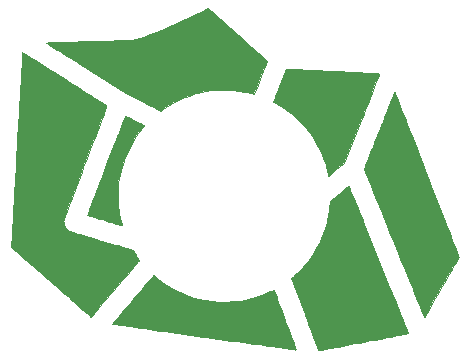
<source format=gbr>
G04 #@! TF.GenerationSoftware,KiCad,Pcbnew,5.1.5+dfsg1-2build2*
G04 #@! TF.CreationDate,2021-04-12T21:16:20-04:00*
G04 #@! TF.ProjectId,ore_tile,6f72655f-7469-46c6-952e-6b696361645f,rev?*
G04 #@! TF.SameCoordinates,Original*
G04 #@! TF.FileFunction,Copper,L1,Top*
G04 #@! TF.FilePolarity,Positive*
%FSLAX46Y46*%
G04 Gerber Fmt 4.6, Leading zero omitted, Abs format (unit mm)*
G04 Created by KiCad (PCBNEW 5.1.5+dfsg1-2build2) date 2021-04-12 21:16:20*
%MOMM*%
%LPD*%
G04 APERTURE LIST*
%ADD10C,0.010000*%
G04 APERTURE END LIST*
D10*
G36*
X10553103Y804935D02*
G01*
X10584247Y755315D01*
X10602341Y715394D01*
X10651537Y596574D01*
X10713779Y445258D01*
X10788339Y263244D01*
X10874494Y52328D01*
X10971518Y-185692D01*
X11078687Y-449017D01*
X11195274Y-735850D01*
X11320556Y-1044395D01*
X11453806Y-1372852D01*
X11594300Y-1719424D01*
X11741312Y-2082315D01*
X11894118Y-2459725D01*
X12051992Y-2849858D01*
X12214210Y-3250916D01*
X12380046Y-3661101D01*
X12548774Y-4078616D01*
X12719671Y-4501663D01*
X12892010Y-4928444D01*
X13065068Y-5357162D01*
X13238117Y-5786019D01*
X13410435Y-6213218D01*
X13581294Y-6636960D01*
X13749971Y-7055449D01*
X13915740Y-7466886D01*
X14077876Y-7869475D01*
X14235654Y-8261417D01*
X14388348Y-8640915D01*
X14535235Y-9006170D01*
X14675588Y-9355387D01*
X14808682Y-9686766D01*
X14933793Y-9998511D01*
X15050195Y-10288823D01*
X15157163Y-10555905D01*
X15253972Y-10797960D01*
X15339897Y-11013189D01*
X15414213Y-11199796D01*
X15476194Y-11355982D01*
X15525116Y-11479950D01*
X15560253Y-11569903D01*
X15580881Y-11624042D01*
X15586437Y-11640666D01*
X15564034Y-11646289D01*
X15502129Y-11659349D01*
X15402818Y-11679441D01*
X15268198Y-11706159D01*
X15100368Y-11739101D01*
X14901425Y-11777861D01*
X14673466Y-11822036D01*
X14418590Y-11871220D01*
X14138893Y-11925009D01*
X13836474Y-11982999D01*
X13513429Y-12044786D01*
X13171857Y-12109965D01*
X12813855Y-12178132D01*
X12441521Y-12248882D01*
X12056952Y-12321811D01*
X11853334Y-12360368D01*
X11462202Y-12434404D01*
X11081594Y-12506472D01*
X10713655Y-12576164D01*
X10360530Y-12643073D01*
X10024361Y-12706793D01*
X9707294Y-12766915D01*
X9411472Y-12823033D01*
X9139040Y-12874740D01*
X8892142Y-12921630D01*
X8672923Y-12963294D01*
X8483526Y-12999326D01*
X8326097Y-13029319D01*
X8202778Y-13052865D01*
X8115714Y-13069559D01*
X8067051Y-13078992D01*
X8057867Y-13080842D01*
X8003635Y-13089317D01*
X7974859Y-13080889D01*
X7957147Y-13052593D01*
X7947692Y-13027821D01*
X7924478Y-12965501D01*
X7888314Y-12867832D01*
X7840008Y-12737015D01*
X7780371Y-12575248D01*
X7710210Y-12384731D01*
X7630335Y-12167664D01*
X7541556Y-11926247D01*
X7444680Y-11662678D01*
X7340518Y-11379158D01*
X7229877Y-11077887D01*
X7113568Y-10761063D01*
X6992399Y-10430886D01*
X6867179Y-10089556D01*
X6827027Y-9980084D01*
X5716911Y-6953250D01*
X5837664Y-6848585D01*
X5932840Y-6763005D01*
X6049454Y-6653304D01*
X6180376Y-6526605D01*
X6318478Y-6390028D01*
X6456631Y-6250697D01*
X6587707Y-6115733D01*
X6704576Y-5992258D01*
X6800111Y-5887394D01*
X6802817Y-5884334D01*
X7174484Y-5431716D01*
X7514384Y-4952068D01*
X7821570Y-4447380D01*
X8095099Y-3919641D01*
X8334022Y-3370842D01*
X8537394Y-2802973D01*
X8704269Y-2218024D01*
X8833702Y-1617984D01*
X8835392Y-1608667D01*
X8868541Y-1406960D01*
X8901059Y-1174108D01*
X8931524Y-921288D01*
X8958517Y-659681D01*
X8965010Y-589156D01*
X8977655Y-448062D01*
X9739473Y179303D01*
X9894781Y306951D01*
X10040606Y426325D01*
X10173599Y534717D01*
X10290411Y629419D01*
X10387693Y707725D01*
X10462095Y766927D01*
X10510269Y804317D01*
X10528483Y817103D01*
X10553103Y804935D01*
G37*
X10553103Y804935D02*
X10584247Y755315D01*
X10602341Y715394D01*
X10651537Y596574D01*
X10713779Y445258D01*
X10788339Y263244D01*
X10874494Y52328D01*
X10971518Y-185692D01*
X11078687Y-449017D01*
X11195274Y-735850D01*
X11320556Y-1044395D01*
X11453806Y-1372852D01*
X11594300Y-1719424D01*
X11741312Y-2082315D01*
X11894118Y-2459725D01*
X12051992Y-2849858D01*
X12214210Y-3250916D01*
X12380046Y-3661101D01*
X12548774Y-4078616D01*
X12719671Y-4501663D01*
X12892010Y-4928444D01*
X13065068Y-5357162D01*
X13238117Y-5786019D01*
X13410435Y-6213218D01*
X13581294Y-6636960D01*
X13749971Y-7055449D01*
X13915740Y-7466886D01*
X14077876Y-7869475D01*
X14235654Y-8261417D01*
X14388348Y-8640915D01*
X14535235Y-9006170D01*
X14675588Y-9355387D01*
X14808682Y-9686766D01*
X14933793Y-9998511D01*
X15050195Y-10288823D01*
X15157163Y-10555905D01*
X15253972Y-10797960D01*
X15339897Y-11013189D01*
X15414213Y-11199796D01*
X15476194Y-11355982D01*
X15525116Y-11479950D01*
X15560253Y-11569903D01*
X15580881Y-11624042D01*
X15586437Y-11640666D01*
X15564034Y-11646289D01*
X15502129Y-11659349D01*
X15402818Y-11679441D01*
X15268198Y-11706159D01*
X15100368Y-11739101D01*
X14901425Y-11777861D01*
X14673466Y-11822036D01*
X14418590Y-11871220D01*
X14138893Y-11925009D01*
X13836474Y-11982999D01*
X13513429Y-12044786D01*
X13171857Y-12109965D01*
X12813855Y-12178132D01*
X12441521Y-12248882D01*
X12056952Y-12321811D01*
X11853334Y-12360368D01*
X11462202Y-12434404D01*
X11081594Y-12506472D01*
X10713655Y-12576164D01*
X10360530Y-12643073D01*
X10024361Y-12706793D01*
X9707294Y-12766915D01*
X9411472Y-12823033D01*
X9139040Y-12874740D01*
X8892142Y-12921630D01*
X8672923Y-12963294D01*
X8483526Y-12999326D01*
X8326097Y-13029319D01*
X8202778Y-13052865D01*
X8115714Y-13069559D01*
X8067051Y-13078992D01*
X8057867Y-13080842D01*
X8003635Y-13089317D01*
X7974859Y-13080889D01*
X7957147Y-13052593D01*
X7947692Y-13027821D01*
X7924478Y-12965501D01*
X7888314Y-12867832D01*
X7840008Y-12737015D01*
X7780371Y-12575248D01*
X7710210Y-12384731D01*
X7630335Y-12167664D01*
X7541556Y-11926247D01*
X7444680Y-11662678D01*
X7340518Y-11379158D01*
X7229877Y-11077887D01*
X7113568Y-10761063D01*
X6992399Y-10430886D01*
X6867179Y-10089556D01*
X6827027Y-9980084D01*
X5716911Y-6953250D01*
X5837664Y-6848585D01*
X5932840Y-6763005D01*
X6049454Y-6653304D01*
X6180376Y-6526605D01*
X6318478Y-6390028D01*
X6456631Y-6250697D01*
X6587707Y-6115733D01*
X6704576Y-5992258D01*
X6800111Y-5887394D01*
X6802817Y-5884334D01*
X7174484Y-5431716D01*
X7514384Y-4952068D01*
X7821570Y-4447380D01*
X8095099Y-3919641D01*
X8334022Y-3370842D01*
X8537394Y-2802973D01*
X8704269Y-2218024D01*
X8833702Y-1617984D01*
X8835392Y-1608667D01*
X8868541Y-1406960D01*
X8901059Y-1174108D01*
X8931524Y-921288D01*
X8958517Y-659681D01*
X8965010Y-589156D01*
X8977655Y-448062D01*
X9739473Y179303D01*
X9894781Y306951D01*
X10040606Y426325D01*
X10173599Y534717D01*
X10290411Y629419D01*
X10387693Y707725D01*
X10462095Y766927D01*
X10510269Y804317D01*
X10528483Y817103D01*
X10553103Y804935D01*
G36*
X-5964478Y-6744365D02*
G01*
X-5921087Y-6775825D01*
X-5880100Y-6810909D01*
X-5593688Y-7053480D01*
X-5271646Y-7294436D01*
X-4920621Y-7530025D01*
X-4547264Y-7756498D01*
X-4158221Y-7970103D01*
X-3760142Y-8167092D01*
X-3359676Y-8343713D01*
X-2963471Y-8496217D01*
X-2783416Y-8557584D01*
X-2211779Y-8721856D01*
X-1627561Y-8846423D01*
X-1033203Y-8931160D01*
X-431144Y-8975940D01*
X176174Y-8980639D01*
X786312Y-8945130D01*
X1396830Y-8869288D01*
X1811906Y-8794419D01*
X2352253Y-8668546D01*
X2871810Y-8514009D01*
X3381638Y-8327101D01*
X3892795Y-8104118D01*
X3942482Y-8080611D01*
X4040223Y-8035381D01*
X4124139Y-7999041D01*
X4187038Y-7974513D01*
X4221729Y-7964724D01*
X4225915Y-7965360D01*
X4234710Y-7986467D01*
X4256964Y-8044439D01*
X4291615Y-8136376D01*
X4337598Y-8259379D01*
X4393846Y-8410550D01*
X4459296Y-8586989D01*
X4532884Y-8785797D01*
X4613543Y-9004076D01*
X4700210Y-9238926D01*
X4791820Y-9487448D01*
X4887307Y-9746743D01*
X4985608Y-10013913D01*
X5085657Y-10286058D01*
X5186390Y-10560279D01*
X5286741Y-10833678D01*
X5385647Y-11103354D01*
X5482042Y-11366411D01*
X5574862Y-11619947D01*
X5663042Y-11861065D01*
X5745517Y-12086864D01*
X5821222Y-12294448D01*
X5889093Y-12480915D01*
X5948065Y-12643368D01*
X5997073Y-12778907D01*
X6035052Y-12884633D01*
X6060938Y-12957647D01*
X6073665Y-12995051D01*
X6074834Y-12999396D01*
X6056624Y-13011701D01*
X6016625Y-13014885D01*
X5991597Y-13011778D01*
X5926127Y-13002981D01*
X5821691Y-12988702D01*
X5679769Y-12969146D01*
X5501838Y-12944521D01*
X5289377Y-12915032D01*
X5043863Y-12880887D01*
X4766774Y-12842293D01*
X4459589Y-12799455D01*
X4123785Y-12752580D01*
X3760840Y-12701875D01*
X3372233Y-12647547D01*
X2959441Y-12589801D01*
X2523943Y-12528845D01*
X2067216Y-12464886D01*
X1590739Y-12398129D01*
X1095989Y-12328781D01*
X584445Y-12257050D01*
X57584Y-12183141D01*
X-483116Y-12107260D01*
X-1036176Y-12029616D01*
X-1600118Y-11950414D01*
X-1750596Y-11929275D01*
X-2316693Y-11849718D01*
X-2872074Y-11771608D01*
X-3415272Y-11695153D01*
X-3944820Y-11620562D01*
X-4459251Y-11548044D01*
X-4957100Y-11477805D01*
X-5436899Y-11410054D01*
X-5897181Y-11345000D01*
X-6336480Y-11282850D01*
X-6753330Y-11223813D01*
X-7146263Y-11168097D01*
X-7513814Y-11115909D01*
X-7854514Y-11067458D01*
X-8166899Y-11022953D01*
X-8449501Y-10982601D01*
X-8700853Y-10946610D01*
X-8919488Y-10915189D01*
X-9103941Y-10888545D01*
X-9252745Y-10866888D01*
X-9364432Y-10850424D01*
X-9437536Y-10839363D01*
X-9470591Y-10833911D01*
X-9472468Y-10833421D01*
X-9460381Y-10816384D01*
X-9422756Y-10769521D01*
X-9361579Y-10695169D01*
X-9278837Y-10595664D01*
X-9176516Y-10473345D01*
X-9056605Y-10330547D01*
X-8921088Y-10169607D01*
X-8771955Y-9992863D01*
X-8611190Y-9802651D01*
X-8440781Y-9601309D01*
X-8262715Y-9391173D01*
X-8078979Y-9174580D01*
X-7891559Y-8953867D01*
X-7702442Y-8731371D01*
X-7513616Y-8509429D01*
X-7327066Y-8290378D01*
X-7144781Y-8076555D01*
X-6968745Y-7870296D01*
X-6800948Y-7673939D01*
X-6643374Y-7489821D01*
X-6498012Y-7320278D01*
X-6366848Y-7167647D01*
X-6251868Y-7034266D01*
X-6155060Y-6922471D01*
X-6078410Y-6834599D01*
X-6023906Y-6772987D01*
X-5993533Y-6739973D01*
X-5987932Y-6734881D01*
X-5964478Y-6744365D01*
G37*
X-5964478Y-6744365D02*
X-5921087Y-6775825D01*
X-5880100Y-6810909D01*
X-5593688Y-7053480D01*
X-5271646Y-7294436D01*
X-4920621Y-7530025D01*
X-4547264Y-7756498D01*
X-4158221Y-7970103D01*
X-3760142Y-8167092D01*
X-3359676Y-8343713D01*
X-2963471Y-8496217D01*
X-2783416Y-8557584D01*
X-2211779Y-8721856D01*
X-1627561Y-8846423D01*
X-1033203Y-8931160D01*
X-431144Y-8975940D01*
X176174Y-8980639D01*
X786312Y-8945130D01*
X1396830Y-8869288D01*
X1811906Y-8794419D01*
X2352253Y-8668546D01*
X2871810Y-8514009D01*
X3381638Y-8327101D01*
X3892795Y-8104118D01*
X3942482Y-8080611D01*
X4040223Y-8035381D01*
X4124139Y-7999041D01*
X4187038Y-7974513D01*
X4221729Y-7964724D01*
X4225915Y-7965360D01*
X4234710Y-7986467D01*
X4256964Y-8044439D01*
X4291615Y-8136376D01*
X4337598Y-8259379D01*
X4393846Y-8410550D01*
X4459296Y-8586989D01*
X4532884Y-8785797D01*
X4613543Y-9004076D01*
X4700210Y-9238926D01*
X4791820Y-9487448D01*
X4887307Y-9746743D01*
X4985608Y-10013913D01*
X5085657Y-10286058D01*
X5186390Y-10560279D01*
X5286741Y-10833678D01*
X5385647Y-11103354D01*
X5482042Y-11366411D01*
X5574862Y-11619947D01*
X5663042Y-11861065D01*
X5745517Y-12086864D01*
X5821222Y-12294448D01*
X5889093Y-12480915D01*
X5948065Y-12643368D01*
X5997073Y-12778907D01*
X6035052Y-12884633D01*
X6060938Y-12957647D01*
X6073665Y-12995051D01*
X6074834Y-12999396D01*
X6056624Y-13011701D01*
X6016625Y-13014885D01*
X5991597Y-13011778D01*
X5926127Y-13002981D01*
X5821691Y-12988702D01*
X5679769Y-12969146D01*
X5501838Y-12944521D01*
X5289377Y-12915032D01*
X5043863Y-12880887D01*
X4766774Y-12842293D01*
X4459589Y-12799455D01*
X4123785Y-12752580D01*
X3760840Y-12701875D01*
X3372233Y-12647547D01*
X2959441Y-12589801D01*
X2523943Y-12528845D01*
X2067216Y-12464886D01*
X1590739Y-12398129D01*
X1095989Y-12328781D01*
X584445Y-12257050D01*
X57584Y-12183141D01*
X-483116Y-12107260D01*
X-1036176Y-12029616D01*
X-1600118Y-11950414D01*
X-1750596Y-11929275D01*
X-2316693Y-11849718D01*
X-2872074Y-11771608D01*
X-3415272Y-11695153D01*
X-3944820Y-11620562D01*
X-4459251Y-11548044D01*
X-4957100Y-11477805D01*
X-5436899Y-11410054D01*
X-5897181Y-11345000D01*
X-6336480Y-11282850D01*
X-6753330Y-11223813D01*
X-7146263Y-11168097D01*
X-7513814Y-11115909D01*
X-7854514Y-11067458D01*
X-8166899Y-11022953D01*
X-8449501Y-10982601D01*
X-8700853Y-10946610D01*
X-8919488Y-10915189D01*
X-9103941Y-10888545D01*
X-9252745Y-10866888D01*
X-9364432Y-10850424D01*
X-9437536Y-10839363D01*
X-9470591Y-10833911D01*
X-9472468Y-10833421D01*
X-9460381Y-10816384D01*
X-9422756Y-10769521D01*
X-9361579Y-10695169D01*
X-9278837Y-10595664D01*
X-9176516Y-10473345D01*
X-9056605Y-10330547D01*
X-8921088Y-10169607D01*
X-8771955Y-9992863D01*
X-8611190Y-9802651D01*
X-8440781Y-9601309D01*
X-8262715Y-9391173D01*
X-8078979Y-9174580D01*
X-7891559Y-8953867D01*
X-7702442Y-8731371D01*
X-7513616Y-8509429D01*
X-7327066Y-8290378D01*
X-7144781Y-8076555D01*
X-6968745Y-7870296D01*
X-6800948Y-7673939D01*
X-6643374Y-7489821D01*
X-6498012Y-7320278D01*
X-6366848Y-7167647D01*
X-6251868Y-7034266D01*
X-6155060Y-6922471D01*
X-6078410Y-6834599D01*
X-6023906Y-6772987D01*
X-5993533Y-6739973D01*
X-5987932Y-6734881D01*
X-5964478Y-6744365D01*
G36*
X14451629Y8739440D02*
G01*
X14475604Y8679973D01*
X14513551Y8584551D01*
X14564799Y8454890D01*
X14628680Y8292708D01*
X14704525Y8099720D01*
X14791666Y7877644D01*
X14889434Y7628196D01*
X14997159Y7353092D01*
X15114174Y7054049D01*
X15239809Y6732784D01*
X15373395Y6391013D01*
X15514264Y6030453D01*
X15661747Y5652821D01*
X15815176Y5259832D01*
X15973880Y4853204D01*
X16137193Y4434653D01*
X16304444Y4005896D01*
X16474965Y3568649D01*
X16648087Y3124629D01*
X16823142Y2675552D01*
X16999460Y2223135D01*
X17176374Y1769095D01*
X17353213Y1315148D01*
X17529310Y863011D01*
X17703995Y414400D01*
X17876600Y-28968D01*
X18046456Y-465376D01*
X18212894Y-893109D01*
X18375245Y-1310448D01*
X18532842Y-1715679D01*
X18685013Y-2107084D01*
X18831092Y-2482946D01*
X18970409Y-2841550D01*
X19102296Y-3181178D01*
X19226083Y-3500113D01*
X19341102Y-3796641D01*
X19446684Y-4069043D01*
X19542161Y-4315603D01*
X19626863Y-4534604D01*
X19700121Y-4724331D01*
X19761268Y-4883066D01*
X19809634Y-5009093D01*
X19844550Y-5100695D01*
X19865348Y-5156156D01*
X19871438Y-5173781D01*
X19860102Y-5196209D01*
X19829295Y-5252581D01*
X19780472Y-5340346D01*
X19715088Y-5456955D01*
X19634598Y-5599855D01*
X19540457Y-5766498D01*
X19434121Y-5954332D01*
X19317044Y-6160807D01*
X19190683Y-6383372D01*
X19056491Y-6619477D01*
X18915924Y-6866570D01*
X18770438Y-7122103D01*
X18621488Y-7383523D01*
X18470528Y-7648281D01*
X18319013Y-7913826D01*
X18168400Y-8177607D01*
X18020143Y-8437075D01*
X17875697Y-8689677D01*
X17736517Y-8932864D01*
X17604060Y-9164085D01*
X17479778Y-9380790D01*
X17365129Y-9580428D01*
X17261567Y-9760449D01*
X17170547Y-9918301D01*
X17093525Y-10051435D01*
X17031955Y-10157300D01*
X16987292Y-10233345D01*
X16960993Y-10277020D01*
X16954205Y-10287000D01*
X16945300Y-10267627D01*
X16921102Y-10210486D01*
X16882211Y-10117050D01*
X16829226Y-9988787D01*
X16762747Y-9827169D01*
X16683372Y-9633665D01*
X16591702Y-9409747D01*
X16488335Y-9156884D01*
X16373872Y-8876547D01*
X16248910Y-8570206D01*
X16114050Y-8239332D01*
X15969891Y-7885395D01*
X15817033Y-7509866D01*
X15656074Y-7114214D01*
X15487615Y-6699911D01*
X15312254Y-6268426D01*
X15130591Y-5821230D01*
X14943225Y-5359794D01*
X14750756Y-4885587D01*
X14553782Y-4400081D01*
X14402459Y-4026959D01*
X14202393Y-3533387D01*
X14006484Y-3049700D01*
X13815328Y-2577386D01*
X13629523Y-2117928D01*
X13449664Y-1672814D01*
X13276350Y-1243530D01*
X13110176Y-831560D01*
X12951739Y-438392D01*
X12801636Y-65511D01*
X12660464Y285596D01*
X12528820Y613445D01*
X12407300Y916548D01*
X12296502Y1193421D01*
X12197022Y1442576D01*
X12109456Y1662528D01*
X12034402Y1851792D01*
X11972456Y2008880D01*
X11924216Y2132308D01*
X11890277Y2220589D01*
X11871237Y2272237D01*
X11867090Y2286000D01*
X11874995Y2309752D01*
X11897519Y2370254D01*
X11933666Y2464981D01*
X11982436Y2591407D01*
X12042832Y2747006D01*
X12113856Y2929253D01*
X12194510Y3135622D01*
X12283796Y3363588D01*
X12380717Y3610625D01*
X12484273Y3874207D01*
X12593467Y4151809D01*
X12707301Y4440905D01*
X12824778Y4738970D01*
X12944898Y5043477D01*
X13066665Y5351902D01*
X13189080Y5661719D01*
X13311145Y5970402D01*
X13431862Y6275425D01*
X13550234Y6574263D01*
X13665261Y6864391D01*
X13775947Y7143282D01*
X13881293Y7408411D01*
X13980302Y7657253D01*
X14071975Y7887282D01*
X14155314Y8095972D01*
X14229322Y8280798D01*
X14293000Y8439233D01*
X14345350Y8568754D01*
X14385375Y8666833D01*
X14412076Y8730945D01*
X14424456Y8758565D01*
X14425024Y8759413D01*
X14442292Y8761236D01*
X14451629Y8739440D01*
G37*
X14451629Y8739440D02*
X14475604Y8679973D01*
X14513551Y8584551D01*
X14564799Y8454890D01*
X14628680Y8292708D01*
X14704525Y8099720D01*
X14791666Y7877644D01*
X14889434Y7628196D01*
X14997159Y7353092D01*
X15114174Y7054049D01*
X15239809Y6732784D01*
X15373395Y6391013D01*
X15514264Y6030453D01*
X15661747Y5652821D01*
X15815176Y5259832D01*
X15973880Y4853204D01*
X16137193Y4434653D01*
X16304444Y4005896D01*
X16474965Y3568649D01*
X16648087Y3124629D01*
X16823142Y2675552D01*
X16999460Y2223135D01*
X17176374Y1769095D01*
X17353213Y1315148D01*
X17529310Y863011D01*
X17703995Y414400D01*
X17876600Y-28968D01*
X18046456Y-465376D01*
X18212894Y-893109D01*
X18375245Y-1310448D01*
X18532842Y-1715679D01*
X18685013Y-2107084D01*
X18831092Y-2482946D01*
X18970409Y-2841550D01*
X19102296Y-3181178D01*
X19226083Y-3500113D01*
X19341102Y-3796641D01*
X19446684Y-4069043D01*
X19542161Y-4315603D01*
X19626863Y-4534604D01*
X19700121Y-4724331D01*
X19761268Y-4883066D01*
X19809634Y-5009093D01*
X19844550Y-5100695D01*
X19865348Y-5156156D01*
X19871438Y-5173781D01*
X19860102Y-5196209D01*
X19829295Y-5252581D01*
X19780472Y-5340346D01*
X19715088Y-5456955D01*
X19634598Y-5599855D01*
X19540457Y-5766498D01*
X19434121Y-5954332D01*
X19317044Y-6160807D01*
X19190683Y-6383372D01*
X19056491Y-6619477D01*
X18915924Y-6866570D01*
X18770438Y-7122103D01*
X18621488Y-7383523D01*
X18470528Y-7648281D01*
X18319013Y-7913826D01*
X18168400Y-8177607D01*
X18020143Y-8437075D01*
X17875697Y-8689677D01*
X17736517Y-8932864D01*
X17604060Y-9164085D01*
X17479778Y-9380790D01*
X17365129Y-9580428D01*
X17261567Y-9760449D01*
X17170547Y-9918301D01*
X17093525Y-10051435D01*
X17031955Y-10157300D01*
X16987292Y-10233345D01*
X16960993Y-10277020D01*
X16954205Y-10287000D01*
X16945300Y-10267627D01*
X16921102Y-10210486D01*
X16882211Y-10117050D01*
X16829226Y-9988787D01*
X16762747Y-9827169D01*
X16683372Y-9633665D01*
X16591702Y-9409747D01*
X16488335Y-9156884D01*
X16373872Y-8876547D01*
X16248910Y-8570206D01*
X16114050Y-8239332D01*
X15969891Y-7885395D01*
X15817033Y-7509866D01*
X15656074Y-7114214D01*
X15487615Y-6699911D01*
X15312254Y-6268426D01*
X15130591Y-5821230D01*
X14943225Y-5359794D01*
X14750756Y-4885587D01*
X14553782Y-4400081D01*
X14402459Y-4026959D01*
X14202393Y-3533387D01*
X14006484Y-3049700D01*
X13815328Y-2577386D01*
X13629523Y-2117928D01*
X13449664Y-1672814D01*
X13276350Y-1243530D01*
X13110176Y-831560D01*
X12951739Y-438392D01*
X12801636Y-65511D01*
X12660464Y285596D01*
X12528820Y613445D01*
X12407300Y916548D01*
X12296502Y1193421D01*
X12197022Y1442576D01*
X12109456Y1662528D01*
X12034402Y1851792D01*
X11972456Y2008880D01*
X11924216Y2132308D01*
X11890277Y2220589D01*
X11871237Y2272237D01*
X11867090Y2286000D01*
X11874995Y2309752D01*
X11897519Y2370254D01*
X11933666Y2464981D01*
X11982436Y2591407D01*
X12042832Y2747006D01*
X12113856Y2929253D01*
X12194510Y3135622D01*
X12283796Y3363588D01*
X12380717Y3610625D01*
X12484273Y3874207D01*
X12593467Y4151809D01*
X12707301Y4440905D01*
X12824778Y4738970D01*
X12944898Y5043477D01*
X13066665Y5351902D01*
X13189080Y5661719D01*
X13311145Y5970402D01*
X13431862Y6275425D01*
X13550234Y6574263D01*
X13665261Y6864391D01*
X13775947Y7143282D01*
X13881293Y7408411D01*
X13980302Y7657253D01*
X14071975Y7887282D01*
X14155314Y8095972D01*
X14229322Y8280798D01*
X14293000Y8439233D01*
X14345350Y8568754D01*
X14385375Y8666833D01*
X14412076Y8730945D01*
X14424456Y8758565D01*
X14425024Y8759413D01*
X14442292Y8761236D01*
X14451629Y8739440D01*
G36*
X-17039254Y12128612D02*
G01*
X-16988499Y12100097D01*
X-16911027Y12054255D01*
X-16811333Y11993793D01*
X-16693911Y11921417D01*
X-16563257Y11839834D01*
X-16520441Y11812891D01*
X-16443733Y11764558D01*
X-16333501Y11695145D01*
X-16192057Y11606108D01*
X-16021714Y11498900D01*
X-15824784Y11374977D01*
X-15603580Y11235793D01*
X-15360415Y11082804D01*
X-15097602Y10917465D01*
X-14817452Y10741230D01*
X-14522278Y10555554D01*
X-14214394Y10361892D01*
X-13896112Y10161700D01*
X-13569744Y9956431D01*
X-13237603Y9747541D01*
X-12985750Y9589153D01*
X-12659919Y9384193D01*
X-12343601Y9185117D01*
X-12038671Y8993110D01*
X-11747008Y8809358D01*
X-11470488Y8635047D01*
X-11210988Y8471362D01*
X-10970385Y8319490D01*
X-10750556Y8180616D01*
X-10553378Y8055925D01*
X-10380729Y7946605D01*
X-10234484Y7853839D01*
X-10116521Y7778815D01*
X-10028717Y7722718D01*
X-9972948Y7686734D01*
X-9951093Y7672048D01*
X-9950981Y7671948D01*
X-9949664Y7664052D01*
X-9952667Y7645582D01*
X-9960496Y7615169D01*
X-9973659Y7571442D01*
X-9992665Y7513029D01*
X-10018022Y7438561D01*
X-10050236Y7346665D01*
X-10089818Y7235972D01*
X-10137273Y7105111D01*
X-10193111Y6952710D01*
X-10257839Y6777399D01*
X-10331965Y6577806D01*
X-10415997Y6352562D01*
X-10510443Y6100296D01*
X-10615810Y5819635D01*
X-10732608Y5509211D01*
X-10861343Y5167651D01*
X-11002524Y4793585D01*
X-11156659Y4385642D01*
X-11324256Y3942451D01*
X-11505821Y3462642D01*
X-11701865Y2944843D01*
X-11732222Y2864683D01*
X-11896285Y2431371D01*
X-12056539Y2007931D01*
X-12212324Y1596109D01*
X-12362984Y1197652D01*
X-12507860Y814304D01*
X-12646294Y447810D01*
X-12777629Y99917D01*
X-12901207Y-227630D01*
X-13016369Y-533086D01*
X-13122459Y-814706D01*
X-13218818Y-1070742D01*
X-13304789Y-1299452D01*
X-13379713Y-1499087D01*
X-13442933Y-1667904D01*
X-13493791Y-1804157D01*
X-13531629Y-1906100D01*
X-13555790Y-1971987D01*
X-13565615Y-2000074D01*
X-13565664Y-2000250D01*
X-13589879Y-2166138D01*
X-13576680Y-2336011D01*
X-13529497Y-2502732D01*
X-13451764Y-2659167D01*
X-13346912Y-2798178D01*
X-13218372Y-2912632D01*
X-13091583Y-2985943D01*
X-13060392Y-2996867D01*
X-12991258Y-3018908D01*
X-12886860Y-3051262D01*
X-12749873Y-3093126D01*
X-12582977Y-3143696D01*
X-12388848Y-3202167D01*
X-12170164Y-3267736D01*
X-11929603Y-3339598D01*
X-11669841Y-3416951D01*
X-11393557Y-3498989D01*
X-11103428Y-3584909D01*
X-10802132Y-3673907D01*
X-10699750Y-3704098D01*
X-10389495Y-3795550D01*
X-10085575Y-3885138D01*
X-9791055Y-3971960D01*
X-9508997Y-4055111D01*
X-9242466Y-4133689D01*
X-8994526Y-4206789D01*
X-8768240Y-4273510D01*
X-8566673Y-4332947D01*
X-8392887Y-4384196D01*
X-8249948Y-4426356D01*
X-8140918Y-4458522D01*
X-8068862Y-4479790D01*
X-8059798Y-4482468D01*
X-7727013Y-4580783D01*
X-7617427Y-4761600D01*
X-7561050Y-4851616D01*
X-7489296Y-4961826D01*
X-7411517Y-5078065D01*
X-7339327Y-5182938D01*
X-7170812Y-5423459D01*
X-7210198Y-5474748D01*
X-7232011Y-5501387D01*
X-7278911Y-5557326D01*
X-7349052Y-5640401D01*
X-7440586Y-5748449D01*
X-7551666Y-5879308D01*
X-7680445Y-6030814D01*
X-7825075Y-6200805D01*
X-7983710Y-6387117D01*
X-8154502Y-6587587D01*
X-8335604Y-6800053D01*
X-8525168Y-7022351D01*
X-8721349Y-7252319D01*
X-8922298Y-7487793D01*
X-9126169Y-7726612D01*
X-9331113Y-7966610D01*
X-9535285Y-8205627D01*
X-9736836Y-8441498D01*
X-9933920Y-8672061D01*
X-10124690Y-8895152D01*
X-10307297Y-9108610D01*
X-10479896Y-9310270D01*
X-10640639Y-9497970D01*
X-10787678Y-9669547D01*
X-10919167Y-9822838D01*
X-11033259Y-9955679D01*
X-11128105Y-10065909D01*
X-11201860Y-10151364D01*
X-11252675Y-10209881D01*
X-11278704Y-10239297D01*
X-11281833Y-10242464D01*
X-11299450Y-10229046D01*
X-11345488Y-10190481D01*
X-11416630Y-10129638D01*
X-11509560Y-10049386D01*
X-11620964Y-9952595D01*
X-11747525Y-9842133D01*
X-11885926Y-9720869D01*
X-11971288Y-9645866D01*
X-12063531Y-9564779D01*
X-12185354Y-9457765D01*
X-12334501Y-9326803D01*
X-12508719Y-9173872D01*
X-12705751Y-9000948D01*
X-12923344Y-8810011D01*
X-13159242Y-8603039D01*
X-13411190Y-8382010D01*
X-13676933Y-8148902D01*
X-13954217Y-7905694D01*
X-14240786Y-7654363D01*
X-14534386Y-7396888D01*
X-14832762Y-7135247D01*
X-15133659Y-6871419D01*
X-15315621Y-6711884D01*
X-15604763Y-6458382D01*
X-15885453Y-6212280D01*
X-16156023Y-5975040D01*
X-16414806Y-5748126D01*
X-16660134Y-5533000D01*
X-16890339Y-5331124D01*
X-17103753Y-5143961D01*
X-17298709Y-4972974D01*
X-17473539Y-4819626D01*
X-17626576Y-4685380D01*
X-17756150Y-4571697D01*
X-17860596Y-4480040D01*
X-17938245Y-4411873D01*
X-17987430Y-4368658D01*
X-18006482Y-4351857D01*
X-18006544Y-4351801D01*
X-18008304Y-4341020D01*
X-18008876Y-4312270D01*
X-18008207Y-4264556D01*
X-18006240Y-4196883D01*
X-18002920Y-4108257D01*
X-17998194Y-3997680D01*
X-17992005Y-3864160D01*
X-17984298Y-3706699D01*
X-17975019Y-3524303D01*
X-17964113Y-3315976D01*
X-17951524Y-3080724D01*
X-17937197Y-2817551D01*
X-17921077Y-2525462D01*
X-17903110Y-2203461D01*
X-17883239Y-1850554D01*
X-17861411Y-1465745D01*
X-17837570Y-1048039D01*
X-17811660Y-596440D01*
X-17783628Y-109954D01*
X-17753417Y412415D01*
X-17720974Y971663D01*
X-17686242Y1568783D01*
X-17649166Y2204773D01*
X-17609692Y2880626D01*
X-17567765Y3597338D01*
X-17550066Y3899589D01*
X-17515644Y4486894D01*
X-17481810Y5063417D01*
X-17448650Y5627723D01*
X-17416249Y6178375D01*
X-17384692Y6713938D01*
X-17354066Y7232976D01*
X-17324456Y7734054D01*
X-17295948Y8215735D01*
X-17268627Y8676584D01*
X-17242579Y9115165D01*
X-17217890Y9530041D01*
X-17194644Y9919778D01*
X-17172929Y10282940D01*
X-17152829Y10618090D01*
X-17134430Y10923793D01*
X-17117818Y11198613D01*
X-17103078Y11441114D01*
X-17090296Y11649861D01*
X-17079558Y11823417D01*
X-17070949Y11960347D01*
X-17064554Y12059216D01*
X-17060461Y12118586D01*
X-17058797Y12137092D01*
X-17039254Y12128612D01*
G37*
X-17039254Y12128612D02*
X-16988499Y12100097D01*
X-16911027Y12054255D01*
X-16811333Y11993793D01*
X-16693911Y11921417D01*
X-16563257Y11839834D01*
X-16520441Y11812891D01*
X-16443733Y11764558D01*
X-16333501Y11695145D01*
X-16192057Y11606108D01*
X-16021714Y11498900D01*
X-15824784Y11374977D01*
X-15603580Y11235793D01*
X-15360415Y11082804D01*
X-15097602Y10917465D01*
X-14817452Y10741230D01*
X-14522278Y10555554D01*
X-14214394Y10361892D01*
X-13896112Y10161700D01*
X-13569744Y9956431D01*
X-13237603Y9747541D01*
X-12985750Y9589153D01*
X-12659919Y9384193D01*
X-12343601Y9185117D01*
X-12038671Y8993110D01*
X-11747008Y8809358D01*
X-11470488Y8635047D01*
X-11210988Y8471362D01*
X-10970385Y8319490D01*
X-10750556Y8180616D01*
X-10553378Y8055925D01*
X-10380729Y7946605D01*
X-10234484Y7853839D01*
X-10116521Y7778815D01*
X-10028717Y7722718D01*
X-9972948Y7686734D01*
X-9951093Y7672048D01*
X-9950981Y7671948D01*
X-9949664Y7664052D01*
X-9952667Y7645582D01*
X-9960496Y7615169D01*
X-9973659Y7571442D01*
X-9992665Y7513029D01*
X-10018022Y7438561D01*
X-10050236Y7346665D01*
X-10089818Y7235972D01*
X-10137273Y7105111D01*
X-10193111Y6952710D01*
X-10257839Y6777399D01*
X-10331965Y6577806D01*
X-10415997Y6352562D01*
X-10510443Y6100296D01*
X-10615810Y5819635D01*
X-10732608Y5509211D01*
X-10861343Y5167651D01*
X-11002524Y4793585D01*
X-11156659Y4385642D01*
X-11324256Y3942451D01*
X-11505821Y3462642D01*
X-11701865Y2944843D01*
X-11732222Y2864683D01*
X-11896285Y2431371D01*
X-12056539Y2007931D01*
X-12212324Y1596109D01*
X-12362984Y1197652D01*
X-12507860Y814304D01*
X-12646294Y447810D01*
X-12777629Y99917D01*
X-12901207Y-227630D01*
X-13016369Y-533086D01*
X-13122459Y-814706D01*
X-13218818Y-1070742D01*
X-13304789Y-1299452D01*
X-13379713Y-1499087D01*
X-13442933Y-1667904D01*
X-13493791Y-1804157D01*
X-13531629Y-1906100D01*
X-13555790Y-1971987D01*
X-13565615Y-2000074D01*
X-13565664Y-2000250D01*
X-13589879Y-2166138D01*
X-13576680Y-2336011D01*
X-13529497Y-2502732D01*
X-13451764Y-2659167D01*
X-13346912Y-2798178D01*
X-13218372Y-2912632D01*
X-13091583Y-2985943D01*
X-13060392Y-2996867D01*
X-12991258Y-3018908D01*
X-12886860Y-3051262D01*
X-12749873Y-3093126D01*
X-12582977Y-3143696D01*
X-12388848Y-3202167D01*
X-12170164Y-3267736D01*
X-11929603Y-3339598D01*
X-11669841Y-3416951D01*
X-11393557Y-3498989D01*
X-11103428Y-3584909D01*
X-10802132Y-3673907D01*
X-10699750Y-3704098D01*
X-10389495Y-3795550D01*
X-10085575Y-3885138D01*
X-9791055Y-3971960D01*
X-9508997Y-4055111D01*
X-9242466Y-4133689D01*
X-8994526Y-4206789D01*
X-8768240Y-4273510D01*
X-8566673Y-4332947D01*
X-8392887Y-4384196D01*
X-8249948Y-4426356D01*
X-8140918Y-4458522D01*
X-8068862Y-4479790D01*
X-8059798Y-4482468D01*
X-7727013Y-4580783D01*
X-7617427Y-4761600D01*
X-7561050Y-4851616D01*
X-7489296Y-4961826D01*
X-7411517Y-5078065D01*
X-7339327Y-5182938D01*
X-7170812Y-5423459D01*
X-7210198Y-5474748D01*
X-7232011Y-5501387D01*
X-7278911Y-5557326D01*
X-7349052Y-5640401D01*
X-7440586Y-5748449D01*
X-7551666Y-5879308D01*
X-7680445Y-6030814D01*
X-7825075Y-6200805D01*
X-7983710Y-6387117D01*
X-8154502Y-6587587D01*
X-8335604Y-6800053D01*
X-8525168Y-7022351D01*
X-8721349Y-7252319D01*
X-8922298Y-7487793D01*
X-9126169Y-7726612D01*
X-9331113Y-7966610D01*
X-9535285Y-8205627D01*
X-9736836Y-8441498D01*
X-9933920Y-8672061D01*
X-10124690Y-8895152D01*
X-10307297Y-9108610D01*
X-10479896Y-9310270D01*
X-10640639Y-9497970D01*
X-10787678Y-9669547D01*
X-10919167Y-9822838D01*
X-11033259Y-9955679D01*
X-11128105Y-10065909D01*
X-11201860Y-10151364D01*
X-11252675Y-10209881D01*
X-11278704Y-10239297D01*
X-11281833Y-10242464D01*
X-11299450Y-10229046D01*
X-11345488Y-10190481D01*
X-11416630Y-10129638D01*
X-11509560Y-10049386D01*
X-11620964Y-9952595D01*
X-11747525Y-9842133D01*
X-11885926Y-9720869D01*
X-11971288Y-9645866D01*
X-12063531Y-9564779D01*
X-12185354Y-9457765D01*
X-12334501Y-9326803D01*
X-12508719Y-9173872D01*
X-12705751Y-9000948D01*
X-12923344Y-8810011D01*
X-13159242Y-8603039D01*
X-13411190Y-8382010D01*
X-13676933Y-8148902D01*
X-13954217Y-7905694D01*
X-14240786Y-7654363D01*
X-14534386Y-7396888D01*
X-14832762Y-7135247D01*
X-15133659Y-6871419D01*
X-15315621Y-6711884D01*
X-15604763Y-6458382D01*
X-15885453Y-6212280D01*
X-16156023Y-5975040D01*
X-16414806Y-5748126D01*
X-16660134Y-5533000D01*
X-16890339Y-5331124D01*
X-17103753Y-5143961D01*
X-17298709Y-4972974D01*
X-17473539Y-4819626D01*
X-17626576Y-4685380D01*
X-17756150Y-4571697D01*
X-17860596Y-4480040D01*
X-17938245Y-4411873D01*
X-17987430Y-4368658D01*
X-18006482Y-4351857D01*
X-18006544Y-4351801D01*
X-18008304Y-4341020D01*
X-18008876Y-4312270D01*
X-18008207Y-4264556D01*
X-18006240Y-4196883D01*
X-18002920Y-4108257D01*
X-17998194Y-3997680D01*
X-17992005Y-3864160D01*
X-17984298Y-3706699D01*
X-17975019Y-3524303D01*
X-17964113Y-3315976D01*
X-17951524Y-3080724D01*
X-17937197Y-2817551D01*
X-17921077Y-2525462D01*
X-17903110Y-2203461D01*
X-17883239Y-1850554D01*
X-17861411Y-1465745D01*
X-17837570Y-1048039D01*
X-17811660Y-596440D01*
X-17783628Y-109954D01*
X-17753417Y412415D01*
X-17720974Y971663D01*
X-17686242Y1568783D01*
X-17649166Y2204773D01*
X-17609692Y2880626D01*
X-17567765Y3597338D01*
X-17550066Y3899589D01*
X-17515644Y4486894D01*
X-17481810Y5063417D01*
X-17448650Y5627723D01*
X-17416249Y6178375D01*
X-17384692Y6713938D01*
X-17354066Y7232976D01*
X-17324456Y7734054D01*
X-17295948Y8215735D01*
X-17268627Y8676584D01*
X-17242579Y9115165D01*
X-17217890Y9530041D01*
X-17194644Y9919778D01*
X-17172929Y10282940D01*
X-17152829Y10618090D01*
X-17134430Y10923793D01*
X-17117818Y11198613D01*
X-17103078Y11441114D01*
X-17090296Y11649861D01*
X-17079558Y11823417D01*
X-17070949Y11960347D01*
X-17064554Y12059216D01*
X-17060461Y12118586D01*
X-17058797Y12137092D01*
X-17039254Y12128612D01*
G36*
X-8335647Y6757886D02*
G01*
X-8278263Y6730168D01*
X-8193086Y6687836D01*
X-8084979Y6633396D01*
X-7958799Y6569350D01*
X-7819408Y6498203D01*
X-7671666Y6422458D01*
X-7520433Y6344618D01*
X-7370569Y6267188D01*
X-7226934Y6192672D01*
X-7094388Y6123572D01*
X-6977792Y6062392D01*
X-6882005Y6011637D01*
X-6811888Y5973810D01*
X-6772301Y5951415D01*
X-6765666Y5946970D01*
X-6771551Y5925540D01*
X-6800887Y5879156D01*
X-6848992Y5814496D01*
X-6911182Y5738241D01*
X-6915864Y5732733D01*
X-7271097Y5285156D01*
X-7598597Y4809839D01*
X-7895643Y4311838D01*
X-8159515Y3796210D01*
X-8387494Y3268011D01*
X-8576858Y2732297D01*
X-8635909Y2535579D01*
X-8725055Y2196132D01*
X-8805572Y1835143D01*
X-8874888Y1466580D01*
X-8930430Y1104411D01*
X-8969629Y762604D01*
X-8976111Y687736D01*
X-8985439Y527751D01*
X-8990792Y336449D01*
X-8992364Y123753D01*
X-8990350Y-100416D01*
X-8984945Y-326134D01*
X-8976342Y-543482D01*
X-8964736Y-742535D01*
X-8950322Y-913373D01*
X-8943558Y-973667D01*
X-8902684Y-1262258D01*
X-8849787Y-1567537D01*
X-8787818Y-1874928D01*
X-8719724Y-2169857D01*
X-8648454Y-2437748D01*
X-8644898Y-2450042D01*
X-8640844Y-2485384D01*
X-8649406Y-2495143D01*
X-8672242Y-2488852D01*
X-8732386Y-2471473D01*
X-8826564Y-2443968D01*
X-8951504Y-2407304D01*
X-9103932Y-2362443D01*
X-9280575Y-2310350D01*
X-9478160Y-2251990D01*
X-9693412Y-2188326D01*
X-9923060Y-2120322D01*
X-10113156Y-2063973D01*
X-10351560Y-1993189D01*
X-10577876Y-1925832D01*
X-10788867Y-1862875D01*
X-10981291Y-1805294D01*
X-11151910Y-1754063D01*
X-11297482Y-1710156D01*
X-11414768Y-1674548D01*
X-11500529Y-1648213D01*
X-11551524Y-1632125D01*
X-11565111Y-1627288D01*
X-11558358Y-1607017D01*
X-11537280Y-1548988D01*
X-11502564Y-1455025D01*
X-11454895Y-1326953D01*
X-11394962Y-1166595D01*
X-11323450Y-975776D01*
X-11241047Y-756321D01*
X-11148439Y-510052D01*
X-11046313Y-238796D01*
X-10935356Y55625D01*
X-10816254Y371387D01*
X-10689695Y706663D01*
X-10556365Y1059632D01*
X-10416952Y1428468D01*
X-10272140Y1811347D01*
X-10122618Y2206445D01*
X-9982121Y2577488D01*
X-9790708Y3082667D01*
X-9613700Y3549408D01*
X-9450632Y3978910D01*
X-9301042Y4372371D01*
X-9164465Y4730989D01*
X-9040437Y5055963D01*
X-8928495Y5348492D01*
X-8828176Y5609774D01*
X-8739015Y5841006D01*
X-8660548Y6043389D01*
X-8592312Y6218120D01*
X-8533843Y6366398D01*
X-8484678Y6489421D01*
X-8444352Y6588388D01*
X-8412402Y6664497D01*
X-8388364Y6718946D01*
X-8371774Y6752935D01*
X-8362169Y6767661D01*
X-8360379Y6768488D01*
X-8335647Y6757886D01*
G37*
X-8335647Y6757886D02*
X-8278263Y6730168D01*
X-8193086Y6687836D01*
X-8084979Y6633396D01*
X-7958799Y6569350D01*
X-7819408Y6498203D01*
X-7671666Y6422458D01*
X-7520433Y6344618D01*
X-7370569Y6267188D01*
X-7226934Y6192672D01*
X-7094388Y6123572D01*
X-6977792Y6062392D01*
X-6882005Y6011637D01*
X-6811888Y5973810D01*
X-6772301Y5951415D01*
X-6765666Y5946970D01*
X-6771551Y5925540D01*
X-6800887Y5879156D01*
X-6848992Y5814496D01*
X-6911182Y5738241D01*
X-6915864Y5732733D01*
X-7271097Y5285156D01*
X-7598597Y4809839D01*
X-7895643Y4311838D01*
X-8159515Y3796210D01*
X-8387494Y3268011D01*
X-8576858Y2732297D01*
X-8635909Y2535579D01*
X-8725055Y2196132D01*
X-8805572Y1835143D01*
X-8874888Y1466580D01*
X-8930430Y1104411D01*
X-8969629Y762604D01*
X-8976111Y687736D01*
X-8985439Y527751D01*
X-8990792Y336449D01*
X-8992364Y123753D01*
X-8990350Y-100416D01*
X-8984945Y-326134D01*
X-8976342Y-543482D01*
X-8964736Y-742535D01*
X-8950322Y-913373D01*
X-8943558Y-973667D01*
X-8902684Y-1262258D01*
X-8849787Y-1567537D01*
X-8787818Y-1874928D01*
X-8719724Y-2169857D01*
X-8648454Y-2437748D01*
X-8644898Y-2450042D01*
X-8640844Y-2485384D01*
X-8649406Y-2495143D01*
X-8672242Y-2488852D01*
X-8732386Y-2471473D01*
X-8826564Y-2443968D01*
X-8951504Y-2407304D01*
X-9103932Y-2362443D01*
X-9280575Y-2310350D01*
X-9478160Y-2251990D01*
X-9693412Y-2188326D01*
X-9923060Y-2120322D01*
X-10113156Y-2063973D01*
X-10351560Y-1993189D01*
X-10577876Y-1925832D01*
X-10788867Y-1862875D01*
X-10981291Y-1805294D01*
X-11151910Y-1754063D01*
X-11297482Y-1710156D01*
X-11414768Y-1674548D01*
X-11500529Y-1648213D01*
X-11551524Y-1632125D01*
X-11565111Y-1627288D01*
X-11558358Y-1607017D01*
X-11537280Y-1548988D01*
X-11502564Y-1455025D01*
X-11454895Y-1326953D01*
X-11394962Y-1166595D01*
X-11323450Y-975776D01*
X-11241047Y-756321D01*
X-11148439Y-510052D01*
X-11046313Y-238796D01*
X-10935356Y55625D01*
X-10816254Y371387D01*
X-10689695Y706663D01*
X-10556365Y1059632D01*
X-10416952Y1428468D01*
X-10272140Y1811347D01*
X-10122618Y2206445D01*
X-9982121Y2577488D01*
X-9790708Y3082667D01*
X-9613700Y3549408D01*
X-9450632Y3978910D01*
X-9301042Y4372371D01*
X-9164465Y4730989D01*
X-9040437Y5055963D01*
X-8928495Y5348492D01*
X-8828176Y5609774D01*
X-8739015Y5841006D01*
X-8660548Y6043389D01*
X-8592312Y6218120D01*
X-8533843Y6366398D01*
X-8484678Y6489421D01*
X-8444352Y6588388D01*
X-8412402Y6664497D01*
X-8388364Y6718946D01*
X-8371774Y6752935D01*
X-8362169Y6767661D01*
X-8360379Y6768488D01*
X-8335647Y6757886D01*
G36*
X5471584Y10746530D02*
G01*
X5515081Y10744326D01*
X5598567Y10740122D01*
X5719752Y10734032D01*
X5876345Y10726172D01*
X6066054Y10716655D01*
X6286589Y10705597D01*
X6535658Y10693113D01*
X6810971Y10679317D01*
X7110237Y10664324D01*
X7431164Y10648249D01*
X7771462Y10631206D01*
X8128839Y10613311D01*
X8501006Y10594679D01*
X8885670Y10575423D01*
X9280541Y10555660D01*
X9424459Y10548457D01*
X9917806Y10523648D01*
X10379705Y10500178D01*
X10809321Y10478092D01*
X11205817Y10457438D01*
X11568356Y10438261D01*
X11896102Y10420610D01*
X12188218Y10404529D01*
X12443867Y10390067D01*
X12662214Y10377269D01*
X12842421Y10366182D01*
X12983653Y10356852D01*
X13085073Y10349328D01*
X13145844Y10343654D01*
X13165165Y10339990D01*
X13157431Y10318452D01*
X13134838Y10259487D01*
X13098143Y10165015D01*
X13048103Y10036957D01*
X12985475Y9877233D01*
X12911017Y9687763D01*
X12825486Y9470469D01*
X12729640Y9227269D01*
X12624235Y8960085D01*
X12510028Y8670837D01*
X12387778Y8361446D01*
X12258240Y8033831D01*
X12122174Y7689914D01*
X11980335Y7331614D01*
X11833481Y6960853D01*
X11682370Y6579550D01*
X11675280Y6561666D01*
X10185898Y2804583D01*
X9526308Y2259541D01*
X9382592Y2141094D01*
X9248910Y2031510D01*
X9128793Y1933642D01*
X9025777Y1850344D01*
X8943395Y1784466D01*
X8885181Y1738862D01*
X8854668Y1716384D01*
X8851086Y1714500D01*
X8841275Y1734010D01*
X8824599Y1787774D01*
X8803024Y1868644D01*
X8778511Y1969470D01*
X8765648Y2025658D01*
X8613832Y2605906D01*
X8421511Y3174322D01*
X8189013Y3730237D01*
X7916669Y4272981D01*
X7604807Y4801884D01*
X7253758Y5316277D01*
X6955189Y5704232D01*
X6851704Y5825943D01*
X6722380Y5968328D01*
X6573820Y6124858D01*
X6412626Y6289008D01*
X6245399Y6454252D01*
X6078742Y6614063D01*
X5919255Y6761914D01*
X5773541Y6891280D01*
X5651500Y6993012D01*
X5484779Y7121160D01*
X5294770Y7259380D01*
X5091460Y7400935D01*
X4884836Y7539087D01*
X4684887Y7667100D01*
X4501598Y7778235D01*
X4409578Y7830798D01*
X4173072Y7962127D01*
X4219078Y8083136D01*
X4234732Y8123826D01*
X4264321Y8200249D01*
X4306402Y8308696D01*
X4359532Y8445457D01*
X4422269Y8606823D01*
X4493171Y8789085D01*
X4570796Y8988534D01*
X4653702Y9201461D01*
X4740446Y9424156D01*
X4762500Y9480760D01*
X5259917Y10757375D01*
X5471584Y10746530D01*
G37*
X5471584Y10746530D02*
X5515081Y10744326D01*
X5598567Y10740122D01*
X5719752Y10734032D01*
X5876345Y10726172D01*
X6066054Y10716655D01*
X6286589Y10705597D01*
X6535658Y10693113D01*
X6810971Y10679317D01*
X7110237Y10664324D01*
X7431164Y10648249D01*
X7771462Y10631206D01*
X8128839Y10613311D01*
X8501006Y10594679D01*
X8885670Y10575423D01*
X9280541Y10555660D01*
X9424459Y10548457D01*
X9917806Y10523648D01*
X10379705Y10500178D01*
X10809321Y10478092D01*
X11205817Y10457438D01*
X11568356Y10438261D01*
X11896102Y10420610D01*
X12188218Y10404529D01*
X12443867Y10390067D01*
X12662214Y10377269D01*
X12842421Y10366182D01*
X12983653Y10356852D01*
X13085073Y10349328D01*
X13145844Y10343654D01*
X13165165Y10339990D01*
X13157431Y10318452D01*
X13134838Y10259487D01*
X13098143Y10165015D01*
X13048103Y10036957D01*
X12985475Y9877233D01*
X12911017Y9687763D01*
X12825486Y9470469D01*
X12729640Y9227269D01*
X12624235Y8960085D01*
X12510028Y8670837D01*
X12387778Y8361446D01*
X12258240Y8033831D01*
X12122174Y7689914D01*
X11980335Y7331614D01*
X11833481Y6960853D01*
X11682370Y6579550D01*
X11675280Y6561666D01*
X10185898Y2804583D01*
X9526308Y2259541D01*
X9382592Y2141094D01*
X9248910Y2031510D01*
X9128793Y1933642D01*
X9025777Y1850344D01*
X8943395Y1784466D01*
X8885181Y1738862D01*
X8854668Y1716384D01*
X8851086Y1714500D01*
X8841275Y1734010D01*
X8824599Y1787774D01*
X8803024Y1868644D01*
X8778511Y1969470D01*
X8765648Y2025658D01*
X8613832Y2605906D01*
X8421511Y3174322D01*
X8189013Y3730237D01*
X7916669Y4272981D01*
X7604807Y4801884D01*
X7253758Y5316277D01*
X6955189Y5704232D01*
X6851704Y5825943D01*
X6722380Y5968328D01*
X6573820Y6124858D01*
X6412626Y6289008D01*
X6245399Y6454252D01*
X6078742Y6614063D01*
X5919255Y6761914D01*
X5773541Y6891280D01*
X5651500Y6993012D01*
X5484779Y7121160D01*
X5294770Y7259380D01*
X5091460Y7400935D01*
X4884836Y7539087D01*
X4684887Y7667100D01*
X4501598Y7778235D01*
X4409578Y7830798D01*
X4173072Y7962127D01*
X4219078Y8083136D01*
X4234732Y8123826D01*
X4264321Y8200249D01*
X4306402Y8308696D01*
X4359532Y8445457D01*
X4422269Y8606823D01*
X4493171Y8789085D01*
X4570796Y8988534D01*
X4653702Y9201461D01*
X4740446Y9424156D01*
X4762500Y9480760D01*
X5259917Y10757375D01*
X5471584Y10746530D01*
G36*
X1136787Y13661751D02*
G01*
X1413913Y13414042D01*
X1682533Y13173795D01*
X1940941Y12942541D01*
X2187429Y12721815D01*
X2420293Y12513147D01*
X2637826Y12318070D01*
X2838323Y12138117D01*
X3020076Y11974821D01*
X3181380Y11829713D01*
X3320529Y11704327D01*
X3435817Y11600194D01*
X3525537Y11518847D01*
X3587984Y11461819D01*
X3621451Y11430642D01*
X3626847Y11425136D01*
X3622062Y11401641D01*
X3602854Y11341821D01*
X3570380Y11248713D01*
X3525796Y11125355D01*
X3470259Y10974783D01*
X3404924Y10800037D01*
X3330947Y10604152D01*
X3249486Y10390166D01*
X3161696Y10161117D01*
X3068733Y9920043D01*
X2971754Y9669979D01*
X2871915Y9413965D01*
X2770372Y9155037D01*
X2668281Y8896233D01*
X2568401Y8644613D01*
X2543127Y8638326D01*
X2478686Y8647909D01*
X2375153Y8673349D01*
X2343218Y8682172D01*
X1803683Y8813098D01*
X1246522Y8908604D01*
X677206Y8968705D01*
X101209Y8993416D01*
X-475997Y8982753D01*
X-1048940Y8936731D01*
X-1612146Y8855366D01*
X-2160143Y8738674D01*
X-2421160Y8668686D01*
X-2992524Y8483310D01*
X-3552990Y8259242D01*
X-4097754Y7998806D01*
X-4622009Y7704325D01*
X-5120952Y7378121D01*
X-5184586Y7332872D01*
X-5261417Y7278094D01*
X-5324507Y7233849D01*
X-5366643Y7205149D01*
X-5380596Y7196719D01*
X-5399908Y7206243D01*
X-5453982Y7233829D01*
X-5540008Y7278026D01*
X-5655179Y7337385D01*
X-5796689Y7410454D01*
X-5961729Y7495781D01*
X-6147493Y7591916D01*
X-6351173Y7697408D01*
X-6569961Y7810805D01*
X-6801051Y7930658D01*
X-6910916Y7987665D01*
X-8434916Y8778559D01*
X-11694583Y10830572D01*
X-12104986Y11088920D01*
X-12481055Y11325643D01*
X-12824272Y11541684D01*
X-13136119Y11737987D01*
X-13418080Y11915494D01*
X-13671637Y12075148D01*
X-13898271Y12217891D01*
X-14099467Y12344666D01*
X-14276706Y12456416D01*
X-14431470Y12554084D01*
X-14565243Y12638612D01*
X-14679506Y12710944D01*
X-14775743Y12772021D01*
X-14855436Y12822787D01*
X-14920067Y12864184D01*
X-14971119Y12897155D01*
X-15010074Y12922643D01*
X-15038415Y12941590D01*
X-15057625Y12954939D01*
X-15069185Y12963634D01*
X-15074579Y12968616D01*
X-15075289Y12970828D01*
X-15072797Y12971214D01*
X-15068586Y12970715D01*
X-15064139Y12970275D01*
X-15060937Y12970837D01*
X-15060663Y12971059D01*
X-15037692Y12973497D01*
X-14972951Y12976997D01*
X-14866986Y12981541D01*
X-14720346Y12987113D01*
X-14533580Y12993695D01*
X-14307236Y13001272D01*
X-14041862Y13009826D01*
X-13738006Y13019340D01*
X-13396217Y13029798D01*
X-13017043Y13041183D01*
X-12601033Y13053478D01*
X-12148734Y13066667D01*
X-11660695Y13080731D01*
X-11137464Y13095656D01*
X-10579590Y13111423D01*
X-9987620Y13128017D01*
X-9440333Y13143249D01*
X-9105140Y13152787D01*
X-8810249Y13161699D01*
X-8553637Y13170073D01*
X-8333278Y13177995D01*
X-8147147Y13185554D01*
X-7993220Y13192835D01*
X-7869473Y13199925D01*
X-7773880Y13206911D01*
X-7704417Y13213881D01*
X-7667246Y13219330D01*
X-7549368Y13244714D01*
X-7398856Y13283483D01*
X-7222493Y13333582D01*
X-7027063Y13392960D01*
X-6819352Y13459564D01*
X-6606142Y13531342D01*
X-6424083Y13595454D01*
X-5992957Y13755583D01*
X-5537922Y13934386D01*
X-5057420Y14132549D01*
X-4549887Y14350757D01*
X-4013765Y14589698D01*
X-3447491Y14850056D01*
X-2849505Y15132519D01*
X-2218247Y15437772D01*
X-2091129Y15500016D01*
X-1335342Y15870815D01*
X1136787Y13661751D01*
G37*
X1136787Y13661751D02*
X1413913Y13414042D01*
X1682533Y13173795D01*
X1940941Y12942541D01*
X2187429Y12721815D01*
X2420293Y12513147D01*
X2637826Y12318070D01*
X2838323Y12138117D01*
X3020076Y11974821D01*
X3181380Y11829713D01*
X3320529Y11704327D01*
X3435817Y11600194D01*
X3525537Y11518847D01*
X3587984Y11461819D01*
X3621451Y11430642D01*
X3626847Y11425136D01*
X3622062Y11401641D01*
X3602854Y11341821D01*
X3570380Y11248713D01*
X3525796Y11125355D01*
X3470259Y10974783D01*
X3404924Y10800037D01*
X3330947Y10604152D01*
X3249486Y10390166D01*
X3161696Y10161117D01*
X3068733Y9920043D01*
X2971754Y9669979D01*
X2871915Y9413965D01*
X2770372Y9155037D01*
X2668281Y8896233D01*
X2568401Y8644613D01*
X2543127Y8638326D01*
X2478686Y8647909D01*
X2375153Y8673349D01*
X2343218Y8682172D01*
X1803683Y8813098D01*
X1246522Y8908604D01*
X677206Y8968705D01*
X101209Y8993416D01*
X-475997Y8982753D01*
X-1048940Y8936731D01*
X-1612146Y8855366D01*
X-2160143Y8738674D01*
X-2421160Y8668686D01*
X-2992524Y8483310D01*
X-3552990Y8259242D01*
X-4097754Y7998806D01*
X-4622009Y7704325D01*
X-5120952Y7378121D01*
X-5184586Y7332872D01*
X-5261417Y7278094D01*
X-5324507Y7233849D01*
X-5366643Y7205149D01*
X-5380596Y7196719D01*
X-5399908Y7206243D01*
X-5453982Y7233829D01*
X-5540008Y7278026D01*
X-5655179Y7337385D01*
X-5796689Y7410454D01*
X-5961729Y7495781D01*
X-6147493Y7591916D01*
X-6351173Y7697408D01*
X-6569961Y7810805D01*
X-6801051Y7930658D01*
X-6910916Y7987665D01*
X-8434916Y8778559D01*
X-11694583Y10830572D01*
X-12104986Y11088920D01*
X-12481055Y11325643D01*
X-12824272Y11541684D01*
X-13136119Y11737987D01*
X-13418080Y11915494D01*
X-13671637Y12075148D01*
X-13898271Y12217891D01*
X-14099467Y12344666D01*
X-14276706Y12456416D01*
X-14431470Y12554084D01*
X-14565243Y12638612D01*
X-14679506Y12710944D01*
X-14775743Y12772021D01*
X-14855436Y12822787D01*
X-14920067Y12864184D01*
X-14971119Y12897155D01*
X-15010074Y12922643D01*
X-15038415Y12941590D01*
X-15057625Y12954939D01*
X-15069185Y12963634D01*
X-15074579Y12968616D01*
X-15075289Y12970828D01*
X-15072797Y12971214D01*
X-15068586Y12970715D01*
X-15064139Y12970275D01*
X-15060937Y12970837D01*
X-15060663Y12971059D01*
X-15037692Y12973497D01*
X-14972951Y12976997D01*
X-14866986Y12981541D01*
X-14720346Y12987113D01*
X-14533580Y12993695D01*
X-14307236Y13001272D01*
X-14041862Y13009826D01*
X-13738006Y13019340D01*
X-13396217Y13029798D01*
X-13017043Y13041183D01*
X-12601033Y13053478D01*
X-12148734Y13066667D01*
X-11660695Y13080731D01*
X-11137464Y13095656D01*
X-10579590Y13111423D01*
X-9987620Y13128017D01*
X-9440333Y13143249D01*
X-9105140Y13152787D01*
X-8810249Y13161699D01*
X-8553637Y13170073D01*
X-8333278Y13177995D01*
X-8147147Y13185554D01*
X-7993220Y13192835D01*
X-7869473Y13199925D01*
X-7773880Y13206911D01*
X-7704417Y13213881D01*
X-7667246Y13219330D01*
X-7549368Y13244714D01*
X-7398856Y13283483D01*
X-7222493Y13333582D01*
X-7027063Y13392960D01*
X-6819352Y13459564D01*
X-6606142Y13531342D01*
X-6424083Y13595454D01*
X-5992957Y13755583D01*
X-5537922Y13934386D01*
X-5057420Y14132549D01*
X-4549887Y14350757D01*
X-4013765Y14589698D01*
X-3447491Y14850056D01*
X-2849505Y15132519D01*
X-2218247Y15437772D01*
X-2091129Y15500016D01*
X-1335342Y15870815D01*
X1136787Y13661751D01*
M02*

</source>
